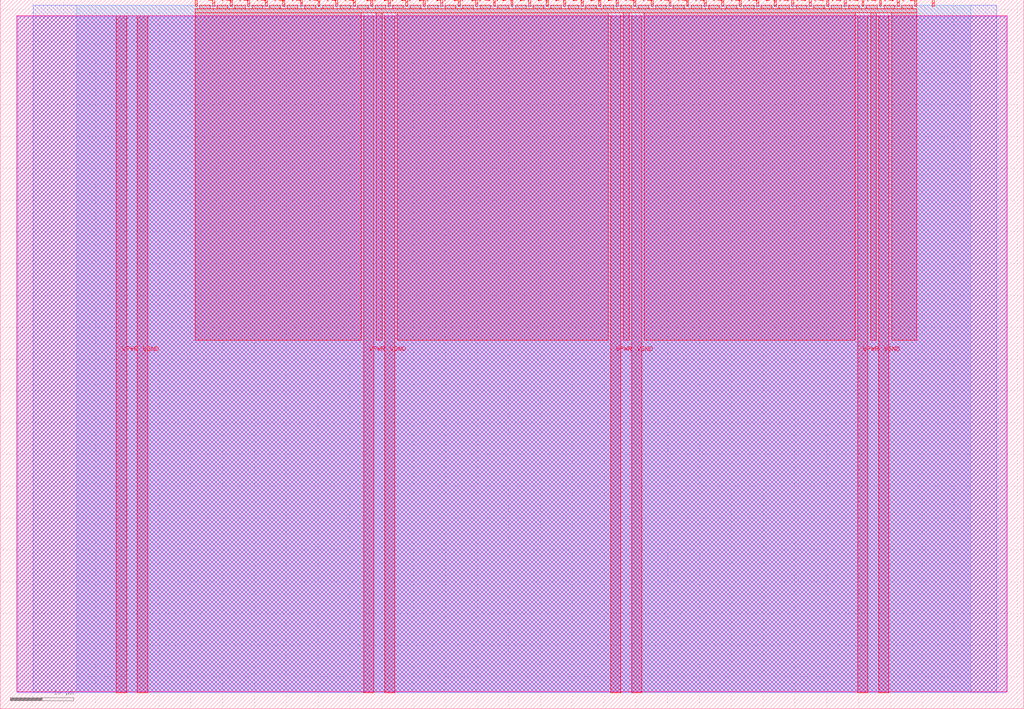
<source format=lef>
VERSION 5.7 ;
  NOWIREEXTENSIONATPIN ON ;
  DIVIDERCHAR "/" ;
  BUSBITCHARS "[]" ;
MACRO tt_um_top_axis_uart
  CLASS BLOCK ;
  FOREIGN tt_um_top_axis_uart ;
  ORIGIN 0.000 0.000 ;
  SIZE 161.000 BY 111.520 ;
  PIN VGND
    DIRECTION INOUT ;
    USE GROUND ;
    PORT
      LAYER met4 ;
        RECT 21.580 2.480 23.180 109.040 ;
    END
    PORT
      LAYER met4 ;
        RECT 60.450 2.480 62.050 109.040 ;
    END
    PORT
      LAYER met4 ;
        RECT 99.320 2.480 100.920 109.040 ;
    END
    PORT
      LAYER met4 ;
        RECT 138.190 2.480 139.790 109.040 ;
    END
  END VGND
  PIN VPWR
    DIRECTION INOUT ;
    USE POWER ;
    PORT
      LAYER met4 ;
        RECT 18.280 2.480 19.880 109.040 ;
    END
    PORT
      LAYER met4 ;
        RECT 57.150 2.480 58.750 109.040 ;
    END
    PORT
      LAYER met4 ;
        RECT 96.020 2.480 97.620 109.040 ;
    END
    PORT
      LAYER met4 ;
        RECT 134.890 2.480 136.490 109.040 ;
    END
  END VPWR
  PIN clk
    DIRECTION INPUT ;
    USE SIGNAL ;
    ANTENNAGATEAREA 0.852000 ;
    PORT
      LAYER met4 ;
        RECT 143.830 110.520 144.130 111.520 ;
    END
  END clk
  PIN ena
    DIRECTION INPUT ;
    USE SIGNAL ;
    PORT
      LAYER met4 ;
        RECT 146.590 110.520 146.890 111.520 ;
    END
  END ena
  PIN rst_n
    DIRECTION INPUT ;
    USE SIGNAL ;
    ANTENNAGATEAREA 0.196500 ;
    PORT
      LAYER met4 ;
        RECT 141.070 110.520 141.370 111.520 ;
    END
  END rst_n
  PIN ui_in[0]
    DIRECTION INPUT ;
    USE SIGNAL ;
    ANTENNAGATEAREA 0.196500 ;
    PORT
      LAYER met4 ;
        RECT 138.310 110.520 138.610 111.520 ;
    END
  END ui_in[0]
  PIN ui_in[1]
    DIRECTION INPUT ;
    USE SIGNAL ;
    ANTENNAGATEAREA 0.196500 ;
    PORT
      LAYER met4 ;
        RECT 135.550 110.520 135.850 111.520 ;
    END
  END ui_in[1]
  PIN ui_in[2]
    DIRECTION INPUT ;
    USE SIGNAL ;
    ANTENNAGATEAREA 0.196500 ;
    PORT
      LAYER met4 ;
        RECT 132.790 110.520 133.090 111.520 ;
    END
  END ui_in[2]
  PIN ui_in[3]
    DIRECTION INPUT ;
    USE SIGNAL ;
    ANTENNAGATEAREA 0.196500 ;
    PORT
      LAYER met4 ;
        RECT 130.030 110.520 130.330 111.520 ;
    END
  END ui_in[3]
  PIN ui_in[4]
    DIRECTION INPUT ;
    USE SIGNAL ;
    ANTENNAGATEAREA 0.196500 ;
    PORT
      LAYER met4 ;
        RECT 127.270 110.520 127.570 111.520 ;
    END
  END ui_in[4]
  PIN ui_in[5]
    DIRECTION INPUT ;
    USE SIGNAL ;
    ANTENNAGATEAREA 0.196500 ;
    PORT
      LAYER met4 ;
        RECT 124.510 110.520 124.810 111.520 ;
    END
  END ui_in[5]
  PIN ui_in[6]
    DIRECTION INPUT ;
    USE SIGNAL ;
    ANTENNAGATEAREA 0.196500 ;
    PORT
      LAYER met4 ;
        RECT 121.750 110.520 122.050 111.520 ;
    END
  END ui_in[6]
  PIN ui_in[7]
    DIRECTION INPUT ;
    USE SIGNAL ;
    ANTENNAGATEAREA 0.196500 ;
    PORT
      LAYER met4 ;
        RECT 118.990 110.520 119.290 111.520 ;
    END
  END ui_in[7]
  PIN uio_in[0]
    DIRECTION INPUT ;
    USE SIGNAL ;
    PORT
      LAYER met4 ;
        RECT 116.230 110.520 116.530 111.520 ;
    END
  END uio_in[0]
  PIN uio_in[1]
    DIRECTION INPUT ;
    USE SIGNAL ;
    PORT
      LAYER met4 ;
        RECT 113.470 110.520 113.770 111.520 ;
    END
  END uio_in[1]
  PIN uio_in[2]
    DIRECTION INPUT ;
    USE SIGNAL ;
    ANTENNAGATEAREA 0.213000 ;
    PORT
      LAYER met4 ;
        RECT 110.710 110.520 111.010 111.520 ;
    END
  END uio_in[2]
  PIN uio_in[3]
    DIRECTION INPUT ;
    USE SIGNAL ;
    ANTENNAGATEAREA 0.213000 ;
    PORT
      LAYER met4 ;
        RECT 107.950 110.520 108.250 111.520 ;
    END
  END uio_in[3]
  PIN uio_in[4]
    DIRECTION INPUT ;
    USE SIGNAL ;
    PORT
      LAYER met4 ;
        RECT 105.190 110.520 105.490 111.520 ;
    END
  END uio_in[4]
  PIN uio_in[5]
    DIRECTION INPUT ;
    USE SIGNAL ;
    PORT
      LAYER met4 ;
        RECT 102.430 110.520 102.730 111.520 ;
    END
  END uio_in[5]
  PIN uio_in[6]
    DIRECTION INPUT ;
    USE SIGNAL ;
    PORT
      LAYER met4 ;
        RECT 99.670 110.520 99.970 111.520 ;
    END
  END uio_in[6]
  PIN uio_in[7]
    DIRECTION INPUT ;
    USE SIGNAL ;
    PORT
      LAYER met4 ;
        RECT 96.910 110.520 97.210 111.520 ;
    END
  END uio_in[7]
  PIN uio_oe[0]
    DIRECTION OUTPUT ;
    USE SIGNAL ;
    PORT
      LAYER met4 ;
        RECT 49.990 110.520 50.290 111.520 ;
    END
  END uio_oe[0]
  PIN uio_oe[1]
    DIRECTION OUTPUT ;
    USE SIGNAL ;
    PORT
      LAYER met4 ;
        RECT 47.230 110.520 47.530 111.520 ;
    END
  END uio_oe[1]
  PIN uio_oe[2]
    DIRECTION OUTPUT ;
    USE SIGNAL ;
    PORT
      LAYER met4 ;
        RECT 44.470 110.520 44.770 111.520 ;
    END
  END uio_oe[2]
  PIN uio_oe[3]
    DIRECTION OUTPUT ;
    USE SIGNAL ;
    PORT
      LAYER met4 ;
        RECT 41.710 110.520 42.010 111.520 ;
    END
  END uio_oe[3]
  PIN uio_oe[4]
    DIRECTION OUTPUT ;
    USE SIGNAL ;
    PORT
      LAYER met4 ;
        RECT 38.950 110.520 39.250 111.520 ;
    END
  END uio_oe[4]
  PIN uio_oe[5]
    DIRECTION OUTPUT ;
    USE SIGNAL ;
    PORT
      LAYER met4 ;
        RECT 36.190 110.520 36.490 111.520 ;
    END
  END uio_oe[5]
  PIN uio_oe[6]
    DIRECTION OUTPUT ;
    USE SIGNAL ;
    PORT
      LAYER met4 ;
        RECT 33.430 110.520 33.730 111.520 ;
    END
  END uio_oe[6]
  PIN uio_oe[7]
    DIRECTION OUTPUT ;
    USE SIGNAL ;
    PORT
      LAYER met4 ;
        RECT 30.670 110.520 30.970 111.520 ;
    END
  END uio_oe[7]
  PIN uio_out[0]
    DIRECTION OUTPUT ;
    USE SIGNAL ;
    ANTENNADIFFAREA 0.445500 ;
    PORT
      LAYER met4 ;
        RECT 72.070 110.520 72.370 111.520 ;
    END
  END uio_out[0]
  PIN uio_out[1]
    DIRECTION OUTPUT ;
    USE SIGNAL ;
    ANTENNADIFFAREA 0.445500 ;
    PORT
      LAYER met4 ;
        RECT 69.310 110.520 69.610 111.520 ;
    END
  END uio_out[1]
  PIN uio_out[2]
    DIRECTION OUTPUT ;
    USE SIGNAL ;
    ANTENNADIFFAREA 0.445500 ;
    PORT
      LAYER met4 ;
        RECT 66.550 110.520 66.850 111.520 ;
    END
  END uio_out[2]
  PIN uio_out[3]
    DIRECTION OUTPUT ;
    USE SIGNAL ;
    PORT
      LAYER met4 ;
        RECT 63.790 110.520 64.090 111.520 ;
    END
  END uio_out[3]
  PIN uio_out[4]
    DIRECTION OUTPUT ;
    USE SIGNAL ;
    PORT
      LAYER met4 ;
        RECT 61.030 110.520 61.330 111.520 ;
    END
  END uio_out[4]
  PIN uio_out[5]
    DIRECTION OUTPUT ;
    USE SIGNAL ;
    PORT
      LAYER met4 ;
        RECT 58.270 110.520 58.570 111.520 ;
    END
  END uio_out[5]
  PIN uio_out[6]
    DIRECTION OUTPUT ;
    USE SIGNAL ;
    PORT
      LAYER met4 ;
        RECT 55.510 110.520 55.810 111.520 ;
    END
  END uio_out[6]
  PIN uio_out[7]
    DIRECTION OUTPUT ;
    USE SIGNAL ;
    PORT
      LAYER met4 ;
        RECT 52.750 110.520 53.050 111.520 ;
    END
  END uio_out[7]
  PIN uo_out[0]
    DIRECTION OUTPUT ;
    USE SIGNAL ;
    ANTENNAGATEAREA 0.126000 ;
    ANTENNADIFFAREA 0.891000 ;
    PORT
      LAYER met4 ;
        RECT 94.150 110.520 94.450 111.520 ;
    END
  END uo_out[0]
  PIN uo_out[1]
    DIRECTION OUTPUT ;
    USE SIGNAL ;
    ANTENNAGATEAREA 0.126000 ;
    ANTENNADIFFAREA 0.891000 ;
    PORT
      LAYER met4 ;
        RECT 91.390 110.520 91.690 111.520 ;
    END
  END uo_out[1]
  PIN uo_out[2]
    DIRECTION OUTPUT ;
    USE SIGNAL ;
    ANTENNAGATEAREA 0.126000 ;
    ANTENNADIFFAREA 0.891000 ;
    PORT
      LAYER met4 ;
        RECT 88.630 110.520 88.930 111.520 ;
    END
  END uo_out[2]
  PIN uo_out[3]
    DIRECTION OUTPUT ;
    USE SIGNAL ;
    ANTENNAGATEAREA 0.126000 ;
    ANTENNADIFFAREA 0.891000 ;
    PORT
      LAYER met4 ;
        RECT 85.870 110.520 86.170 111.520 ;
    END
  END uo_out[3]
  PIN uo_out[4]
    DIRECTION OUTPUT ;
    USE SIGNAL ;
    ANTENNAGATEAREA 0.126000 ;
    ANTENNADIFFAREA 0.891000 ;
    PORT
      LAYER met4 ;
        RECT 83.110 110.520 83.410 111.520 ;
    END
  END uo_out[4]
  PIN uo_out[5]
    DIRECTION OUTPUT ;
    USE SIGNAL ;
    ANTENNAGATEAREA 0.126000 ;
    ANTENNADIFFAREA 0.891000 ;
    PORT
      LAYER met4 ;
        RECT 80.350 110.520 80.650 111.520 ;
    END
  END uo_out[5]
  PIN uo_out[6]
    DIRECTION OUTPUT ;
    USE SIGNAL ;
    ANTENNAGATEAREA 0.126000 ;
    ANTENNADIFFAREA 0.891000 ;
    PORT
      LAYER met4 ;
        RECT 77.590 110.520 77.890 111.520 ;
    END
  END uo_out[6]
  PIN uo_out[7]
    DIRECTION OUTPUT ;
    USE SIGNAL ;
    ANTENNAGATEAREA 0.126000 ;
    ANTENNADIFFAREA 0.891000 ;
    PORT
      LAYER met4 ;
        RECT 74.830 110.520 75.130 111.520 ;
    END
  END uo_out[7]
  OBS
      LAYER nwell ;
        RECT 2.570 2.635 158.430 108.990 ;
      LAYER li1 ;
        RECT 2.760 2.635 158.240 108.885 ;
      LAYER met1 ;
        RECT 2.760 2.480 158.240 109.040 ;
      LAYER met2 ;
        RECT 5.160 2.535 156.760 110.685 ;
      LAYER met3 ;
        RECT 12.025 2.555 152.655 110.665 ;
      LAYER met4 ;
        RECT 31.370 110.120 33.030 110.665 ;
        RECT 34.130 110.120 35.790 110.665 ;
        RECT 36.890 110.120 38.550 110.665 ;
        RECT 39.650 110.120 41.310 110.665 ;
        RECT 42.410 110.120 44.070 110.665 ;
        RECT 45.170 110.120 46.830 110.665 ;
        RECT 47.930 110.120 49.590 110.665 ;
        RECT 50.690 110.120 52.350 110.665 ;
        RECT 53.450 110.120 55.110 110.665 ;
        RECT 56.210 110.120 57.870 110.665 ;
        RECT 58.970 110.120 60.630 110.665 ;
        RECT 61.730 110.120 63.390 110.665 ;
        RECT 64.490 110.120 66.150 110.665 ;
        RECT 67.250 110.120 68.910 110.665 ;
        RECT 70.010 110.120 71.670 110.665 ;
        RECT 72.770 110.120 74.430 110.665 ;
        RECT 75.530 110.120 77.190 110.665 ;
        RECT 78.290 110.120 79.950 110.665 ;
        RECT 81.050 110.120 82.710 110.665 ;
        RECT 83.810 110.120 85.470 110.665 ;
        RECT 86.570 110.120 88.230 110.665 ;
        RECT 89.330 110.120 90.990 110.665 ;
        RECT 92.090 110.120 93.750 110.665 ;
        RECT 94.850 110.120 96.510 110.665 ;
        RECT 97.610 110.120 99.270 110.665 ;
        RECT 100.370 110.120 102.030 110.665 ;
        RECT 103.130 110.120 104.790 110.665 ;
        RECT 105.890 110.120 107.550 110.665 ;
        RECT 108.650 110.120 110.310 110.665 ;
        RECT 111.410 110.120 113.070 110.665 ;
        RECT 114.170 110.120 115.830 110.665 ;
        RECT 116.930 110.120 118.590 110.665 ;
        RECT 119.690 110.120 121.350 110.665 ;
        RECT 122.450 110.120 124.110 110.665 ;
        RECT 125.210 110.120 126.870 110.665 ;
        RECT 127.970 110.120 129.630 110.665 ;
        RECT 130.730 110.120 132.390 110.665 ;
        RECT 133.490 110.120 135.150 110.665 ;
        RECT 136.250 110.120 137.910 110.665 ;
        RECT 139.010 110.120 140.670 110.665 ;
        RECT 141.770 110.120 143.430 110.665 ;
        RECT 30.655 109.440 144.145 110.120 ;
        RECT 30.655 57.975 56.750 109.440 ;
        RECT 59.150 57.975 60.050 109.440 ;
        RECT 62.450 57.975 95.620 109.440 ;
        RECT 98.020 57.975 98.920 109.440 ;
        RECT 101.320 57.975 134.490 109.440 ;
        RECT 136.890 57.975 137.790 109.440 ;
        RECT 140.190 57.975 144.145 109.440 ;
  END
END tt_um_top_axis_uart
END LIBRARY


</source>
